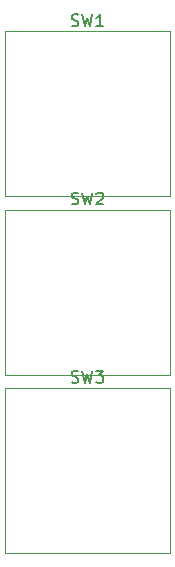
<source format=gbr>
%TF.GenerationSoftware,KiCad,Pcbnew,8.0.6*%
%TF.CreationDate,2024-10-21T23:56:12-04:00*%
%TF.ProjectId,Hackpad,4861636b-7061-4642-9e6b-696361645f70,rev?*%
%TF.SameCoordinates,Original*%
%TF.FileFunction,Legend,Top*%
%TF.FilePolarity,Positive*%
%FSLAX46Y46*%
G04 Gerber Fmt 4.6, Leading zero omitted, Abs format (unit mm)*
G04 Created by KiCad (PCBNEW 8.0.6) date 2024-10-21 23:56:12*
%MOMM*%
%LPD*%
G01*
G04 APERTURE LIST*
%ADD10C,0.150000*%
%ADD11C,0.120000*%
G04 APERTURE END LIST*
D10*
X154867667Y-90253200D02*
X155010524Y-90300819D01*
X155010524Y-90300819D02*
X155248619Y-90300819D01*
X155248619Y-90300819D02*
X155343857Y-90253200D01*
X155343857Y-90253200D02*
X155391476Y-90205580D01*
X155391476Y-90205580D02*
X155439095Y-90110342D01*
X155439095Y-90110342D02*
X155439095Y-90015104D01*
X155439095Y-90015104D02*
X155391476Y-89919866D01*
X155391476Y-89919866D02*
X155343857Y-89872247D01*
X155343857Y-89872247D02*
X155248619Y-89824628D01*
X155248619Y-89824628D02*
X155058143Y-89777009D01*
X155058143Y-89777009D02*
X154962905Y-89729390D01*
X154962905Y-89729390D02*
X154915286Y-89681771D01*
X154915286Y-89681771D02*
X154867667Y-89586533D01*
X154867667Y-89586533D02*
X154867667Y-89491295D01*
X154867667Y-89491295D02*
X154915286Y-89396057D01*
X154915286Y-89396057D02*
X154962905Y-89348438D01*
X154962905Y-89348438D02*
X155058143Y-89300819D01*
X155058143Y-89300819D02*
X155296238Y-89300819D01*
X155296238Y-89300819D02*
X155439095Y-89348438D01*
X155772429Y-89300819D02*
X156010524Y-90300819D01*
X156010524Y-90300819D02*
X156201000Y-89586533D01*
X156201000Y-89586533D02*
X156391476Y-90300819D01*
X156391476Y-90300819D02*
X156629572Y-89300819D01*
X156915286Y-89300819D02*
X157534333Y-89300819D01*
X157534333Y-89300819D02*
X157201000Y-89681771D01*
X157201000Y-89681771D02*
X157343857Y-89681771D01*
X157343857Y-89681771D02*
X157439095Y-89729390D01*
X157439095Y-89729390D02*
X157486714Y-89777009D01*
X157486714Y-89777009D02*
X157534333Y-89872247D01*
X157534333Y-89872247D02*
X157534333Y-90110342D01*
X157534333Y-90110342D02*
X157486714Y-90205580D01*
X157486714Y-90205580D02*
X157439095Y-90253200D01*
X157439095Y-90253200D02*
X157343857Y-90300819D01*
X157343857Y-90300819D02*
X157058143Y-90300819D01*
X157058143Y-90300819D02*
X156962905Y-90253200D01*
X156962905Y-90253200D02*
X156915286Y-90205580D01*
X154867667Y-75163200D02*
X155010524Y-75210819D01*
X155010524Y-75210819D02*
X155248619Y-75210819D01*
X155248619Y-75210819D02*
X155343857Y-75163200D01*
X155343857Y-75163200D02*
X155391476Y-75115580D01*
X155391476Y-75115580D02*
X155439095Y-75020342D01*
X155439095Y-75020342D02*
X155439095Y-74925104D01*
X155439095Y-74925104D02*
X155391476Y-74829866D01*
X155391476Y-74829866D02*
X155343857Y-74782247D01*
X155343857Y-74782247D02*
X155248619Y-74734628D01*
X155248619Y-74734628D02*
X155058143Y-74687009D01*
X155058143Y-74687009D02*
X154962905Y-74639390D01*
X154962905Y-74639390D02*
X154915286Y-74591771D01*
X154915286Y-74591771D02*
X154867667Y-74496533D01*
X154867667Y-74496533D02*
X154867667Y-74401295D01*
X154867667Y-74401295D02*
X154915286Y-74306057D01*
X154915286Y-74306057D02*
X154962905Y-74258438D01*
X154962905Y-74258438D02*
X155058143Y-74210819D01*
X155058143Y-74210819D02*
X155296238Y-74210819D01*
X155296238Y-74210819D02*
X155439095Y-74258438D01*
X155772429Y-74210819D02*
X156010524Y-75210819D01*
X156010524Y-75210819D02*
X156201000Y-74496533D01*
X156201000Y-74496533D02*
X156391476Y-75210819D01*
X156391476Y-75210819D02*
X156629572Y-74210819D01*
X156962905Y-74306057D02*
X157010524Y-74258438D01*
X157010524Y-74258438D02*
X157105762Y-74210819D01*
X157105762Y-74210819D02*
X157343857Y-74210819D01*
X157343857Y-74210819D02*
X157439095Y-74258438D01*
X157439095Y-74258438D02*
X157486714Y-74306057D01*
X157486714Y-74306057D02*
X157534333Y-74401295D01*
X157534333Y-74401295D02*
X157534333Y-74496533D01*
X157534333Y-74496533D02*
X157486714Y-74639390D01*
X157486714Y-74639390D02*
X156915286Y-75210819D01*
X156915286Y-75210819D02*
X157534333Y-75210819D01*
X154867667Y-60073200D02*
X155010524Y-60120819D01*
X155010524Y-60120819D02*
X155248619Y-60120819D01*
X155248619Y-60120819D02*
X155343857Y-60073200D01*
X155343857Y-60073200D02*
X155391476Y-60025580D01*
X155391476Y-60025580D02*
X155439095Y-59930342D01*
X155439095Y-59930342D02*
X155439095Y-59835104D01*
X155439095Y-59835104D02*
X155391476Y-59739866D01*
X155391476Y-59739866D02*
X155343857Y-59692247D01*
X155343857Y-59692247D02*
X155248619Y-59644628D01*
X155248619Y-59644628D02*
X155058143Y-59597009D01*
X155058143Y-59597009D02*
X154962905Y-59549390D01*
X154962905Y-59549390D02*
X154915286Y-59501771D01*
X154915286Y-59501771D02*
X154867667Y-59406533D01*
X154867667Y-59406533D02*
X154867667Y-59311295D01*
X154867667Y-59311295D02*
X154915286Y-59216057D01*
X154915286Y-59216057D02*
X154962905Y-59168438D01*
X154962905Y-59168438D02*
X155058143Y-59120819D01*
X155058143Y-59120819D02*
X155296238Y-59120819D01*
X155296238Y-59120819D02*
X155439095Y-59168438D01*
X155772429Y-59120819D02*
X156010524Y-60120819D01*
X156010524Y-60120819D02*
X156201000Y-59406533D01*
X156201000Y-59406533D02*
X156391476Y-60120819D01*
X156391476Y-60120819D02*
X156629572Y-59120819D01*
X157534333Y-60120819D02*
X156962905Y-60120819D01*
X157248619Y-60120819D02*
X157248619Y-59120819D01*
X157248619Y-59120819D02*
X157153381Y-59263676D01*
X157153381Y-59263676D02*
X157058143Y-59358914D01*
X157058143Y-59358914D02*
X156962905Y-59406533D01*
D11*
%TO.C,SW3*%
X149216000Y-90735000D02*
X163186000Y-90735000D01*
X149216000Y-104705000D02*
X149216000Y-90735000D01*
X163186000Y-90735000D02*
X163186000Y-104705000D01*
X163186000Y-104705000D02*
X149216000Y-104705000D01*
%TO.C,SW2*%
X149216000Y-75645000D02*
X163186000Y-75645000D01*
X149216000Y-89615000D02*
X149216000Y-75645000D01*
X163186000Y-75645000D02*
X163186000Y-89615000D01*
X163186000Y-89615000D02*
X149216000Y-89615000D01*
%TO.C,SW1*%
X149216000Y-60555000D02*
X163186000Y-60555000D01*
X149216000Y-74525000D02*
X149216000Y-60555000D01*
X163186000Y-60555000D02*
X163186000Y-74525000D01*
X163186000Y-74525000D02*
X149216000Y-74525000D01*
%TD*%
M02*

</source>
